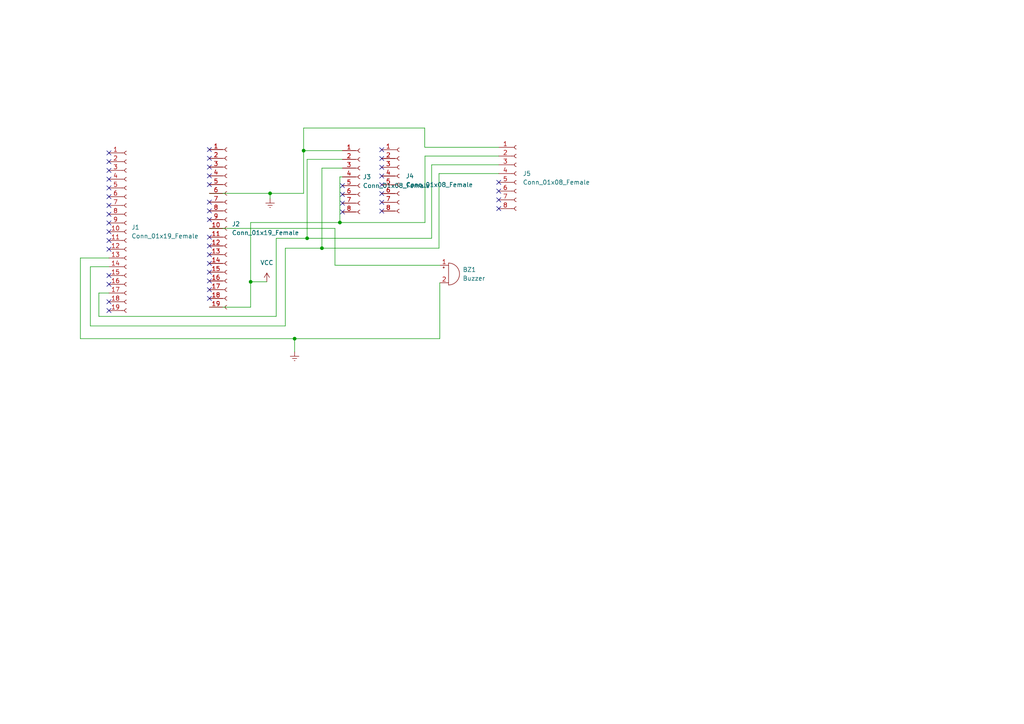
<source format=kicad_sch>
(kicad_sch (version 20211123) (generator eeschema)
  (paper "A4")
  (lib_symbols
    (symbol "Connector:Conn_01x08_Female" (pin_names (offset 1.016) hide)
      (property "Reference" "J" (at 0 10.16 0))
      (property "Value" "Conn_01x08_Female" (at 0 -12.7 0))
      (symbol "Conn_01x08_Female_1_1"
        (arc (start 0 -9.652) (mid -0.508 -10.16) (end 0 -10.668) (stroke (width 0.1524)))
        (arc (start 0 -7.112) (mid -0.508 -7.62) (end 0 -8.128) (stroke (width 0.1524)))
        (arc (start 0 -4.572) (mid -0.508 -5.08) (end 0 -5.588) (stroke (width 0.1524)))
        (arc (start 0 -2.032) (mid -0.508 -2.54) (end 0 -3.048) (stroke (width 0.1524)))
        (polyline (pts (xy -1.27 -10.16) (xy -0.508 -10.16)) (stroke (width 0.1524)))
        (polyline (pts (xy -1.27 -7.62) (xy -0.508 -7.62)) (stroke (width 0.1524)))
        (polyline (pts (xy -1.27 -5.08) (xy -0.508 -5.08)) (stroke (width 0.1524)))
        (polyline (pts (xy -1.27 -2.54) (xy -0.508 -2.54)) (stroke (width 0.1524)))
        (polyline (pts (xy -1.27 0) (xy -0.508 0)) (stroke (width 0.1524)))
        (polyline (pts (xy -1.27 2.54) (xy -0.508 2.54)) (stroke (width 0.1524)))
        (polyline (pts (xy -1.27 5.08) (xy -0.508 5.08)) (stroke (width 0.1524)))
        (polyline (pts (xy -1.27 7.62) (xy -0.508 7.62)) (stroke (width 0.1524)))
        (arc (start 0 0.508) (mid -0.508 0) (end 0 -0.508) (stroke (width 0.1524)))
        (arc (start 0 3.048) (mid -0.508 2.54) (end 0 2.032) (stroke (width 0.1524)))
        (arc (start 0 5.588) (mid -0.508 5.08) (end 0 4.572) (stroke (width 0.1524)))
        (arc (start 0 8.128) (mid -0.508 7.62) (end 0 7.112) (stroke (width 0.1524)))
        (pin passive line (at -5.08 7.62 0) (length 3.81) (name "Pin_1") (number "1"))
        (pin passive line (at -5.08 5.08 0) (length 3.81) (name "Pin_2") (number "2"))
        (pin passive line (at -5.08 2.54 0) (length 3.81) (name "Pin_3") (number "3"))
        (pin passive line (at -5.08 0 0) (length 3.81) (name "Pin_4") (number "4"))
        (pin passive line (at -5.08 -2.54 0) (length 3.81) (name "Pin_5") (number "5"))
        (pin passive line (at -5.08 -5.08 0) (length 3.81) (name "Pin_6") (number "6"))
        (pin passive line (at -5.08 -7.62 0) (length 3.81) (name "Pin_7") (number "7"))
        (pin passive line (at -5.08 -10.16 0) (length 3.81) (name "Pin_8") (number "8"))
      )
    )
    (symbol "Connector:Conn_01x19_Female" (pin_names (offset 1.016) hide)
      (property "Reference" "J" (at 0 25.4 0))
      (property "Value" "Conn_01x19_Female" (at 0 -25.4 0))
      (symbol "Conn_01x19_Female_1_1"
        (arc (start 0 -22.352) (mid -0.508 -22.86) (end 0 -23.368) (stroke (width 0.1524)))
        (arc (start 0 -19.812) (mid -0.508 -20.32) (end 0 -20.828) (stroke (width 0.1524)))
        (arc (start 0 -17.272) (mid -0.508 -17.78) (end 0 -18.288) (stroke (width 0.1524)))
        (arc (start 0 -14.732) (mid -0.508 -15.24) (end 0 -15.748) (stroke (width 0.1524)))
        (arc (start 0 -12.192) (mid -0.508 -12.7) (end 0 -13.208) (stroke (width 0.1524)))
        (arc (start 0 -9.652) (mid -0.508 -10.16) (end 0 -10.668) (stroke (width 0.1524)))
        (arc (start 0 -7.112) (mid -0.508 -7.62) (end 0 -8.128) (stroke (width 0.1524)))
        (arc (start 0 -4.572) (mid -0.508 -5.08) (end 0 -5.588) (stroke (width 0.1524)))
        (arc (start 0 -2.032) (mid -0.508 -2.54) (end 0 -3.048) (stroke (width 0.1524)))
        (polyline (pts (xy -1.27 -22.86) (xy -0.508 -22.86)) (stroke (width 0.1524)))
        (polyline (pts (xy -1.27 -20.32) (xy -0.508 -20.32)) (stroke (width 0.1524)))
        (polyline (pts (xy -1.27 -17.78) (xy -0.508 -17.78)) (stroke (width 0.1524)))
        (polyline (pts (xy -1.27 -15.24) (xy -0.508 -15.24)) (stroke (width 0.1524)))
        (polyline (pts (xy -1.27 -12.7) (xy -0.508 -12.7)) (stroke (width 0.1524)))
        (polyline (pts (xy -1.27 -10.16) (xy -0.508 -10.16)) (stroke (width 0.1524)))
        (polyline (pts (xy -1.27 -7.62) (xy -0.508 -7.62)) (stroke (width 0.1524)))
        (polyline (pts (xy -1.27 -5.08) (xy -0.508 -5.08)) (stroke (width 0.1524)))
        (polyline (pts (xy -1.27 -2.54) (xy -0.508 -2.54)) (stroke (width 0.1524)))
        (polyline (pts (xy -1.27 0) (xy -0.508 0)) (stroke (width 0.1524)))
        (polyline (pts (xy -1.27 2.54) (xy -0.508 2.54)) (stroke (width 0.1524)))
        (polyline (pts (xy -1.27 5.08) (xy -0.508 5.08)) (stroke (width 0.1524)))
        (polyline (pts (xy -1.27 7.62) (xy -0.508 7.62)) (stroke (width 0.1524)))
        (polyline (pts (xy -1.27 10.16) (xy -0.508 10.16)) (stroke (width 0.1524)))
        (polyline (pts (xy -1.27 12.7) (xy -0.508 12.7)) (stroke (width 0.1524)))
        (polyline (pts (xy -1.27 15.24) (xy -0.508 15.24)) (stroke (width 0.1524)))
        (polyline (pts (xy -1.27 17.78) (xy -0.508 17.78)) (stroke (width 0.1524)))
        (polyline (pts (xy -1.27 20.32) (xy -0.508 20.32)) (stroke (width 0.1524)))
        (polyline (pts (xy -1.27 22.86) (xy -0.508 22.86)) (stroke (width 0.1524)))
        (arc (start 0 0.508) (mid -0.508 0) (end 0 -0.508) (stroke (width 0.1524)))
        (arc (start 0 3.048) (mid -0.508 2.54) (end 0 2.032) (stroke (width 0.1524)))
        (arc (start 0 5.588) (mid -0.508 5.08) (end 0 4.572) (stroke (width 0.1524)))
        (arc (start 0 8.128) (mid -0.508 7.62) (end 0 7.112) (stroke (width 0.1524)))
        (arc (start 0 10.668) (mid -0.508 10.16) (end 0 9.652) (stroke (width 0.1524)))
        (arc (start 0 13.208) (mid -0.508 12.7) (end 0 12.192) (stroke (width 0.1524)))
        (arc (start 0 15.748) (mid -0.508 15.24) (end 0 14.732) (stroke (width 0.1524)))
        (arc (start 0 18.288) (mid -0.508 17.78) (end 0 17.272) (stroke (width 0.1524)))
        (arc (start 0 20.828) (mid -0.508 20.32) (end 0 19.812) (stroke (width 0.1524)))
        (arc (start 0 23.368) (mid -0.508 22.86) (end 0 22.352) (stroke (width 0.1524)))
        (pin passive line (at -5.08 22.86 0) (length 3.81) (name "Pin_1") (number "1"))
        (pin passive line (at -5.08 0 0) (length 3.81) (name "Pin_10") (number "10"))
        (pin passive line (at -5.08 -2.54 0) (length 3.81) (name "Pin_11") (number "11"))
        (pin passive line (at -5.08 -5.08 0) (length 3.81) (name "Pin_12") (number "12"))
        (pin passive line (at -5.08 -7.62 0) (length 3.81) (name "Pin_13") (number "13"))
        (pin passive line (at -5.08 -10.16 0) (length 3.81) (name "Pin_14") (number "14"))
        (pin passive line (at -5.08 -12.7 0) (length 3.81) (name "Pin_15") (number "15"))
        (pin passive line (at -5.08 -15.24 0) (length 3.81) (name "Pin_16") (number "16"))
        (pin passive line (at -5.08 -17.78 0) (length 3.81) (name "Pin_17") (number "17"))
        (pin passive line (at -5.08 -20.32 0) (length 3.81) (name "Pin_18") (number "18"))
        (pin passive line (at -5.08 -22.86 0) (length 3.81) (name "Pin_19") (number "19"))
        (pin passive line (at -5.08 20.32 0) (length 3.81) (name "Pin_2") (number "2"))
        (pin passive line (at -5.08 17.78 0) (length 3.81) (name "Pin_3") (number "3"))
        (pin passive line (at -5.08 15.24 0) (length 3.81) (name "Pin_4") (number "4"))
        (pin passive line (at -5.08 12.7 0) (length 3.81) (name "Pin_5") (number "5"))
        (pin passive line (at -5.08 10.16 0) (length 3.81) (name "Pin_6") (number "6"))
        (pin passive line (at -5.08 7.62 0) (length 3.81) (name "Pin_7") (number "7"))
        (pin passive line (at -5.08 5.08 0) (length 3.81) (name "Pin_8") (number "8"))
        (pin passive line (at -5.08 2.54 0) (length 3.81) (name "Pin_9") (number "9"))
      )
    )
    (symbol "Device:Buzzer" (pin_names (offset 0.0254) hide)
      (property "Reference" "BZ" (at 3.81 1.27 0))
      (property "Value" "Buzzer" (at 3.81 -1.27 0))
      (symbol "Buzzer_0_1"
        (arc (start 0 -3.175) (mid 3.175 0) (end 0 3.175))
        (polyline (pts (xy -1.651 1.905) (xy -1.143 1.905)))
        (polyline (pts (xy -1.397 2.159) (xy -1.397 1.651)))
        (polyline (pts (xy 0 3.175) (xy 0 -3.175)))
      )
      (symbol "Buzzer_1_1"
        (pin passive line (at -2.54 2.54 0) (length 2.54) (name "-") (number "1"))
        (pin passive line (at -2.54 -2.54 0) (length 2.54) (name "+") (number "2"))
      )
    )
    (symbol "power:Earth" (power) (pin_names (offset 0))
      (symbol "Earth_0_1"
        (polyline (pts (xy -0.635 -1.905) (xy 0.635 -1.905)))
        (polyline (pts (xy -0.127 -2.54) (xy 0.127 -2.54)))
        (polyline (pts (xy 0 -1.27) (xy 0 0)))
        (polyline (pts (xy 1.27 -1.27) (xy -1.27 -1.27)))
      )
      (symbol "Earth_1_1"
        (pin power_in line (at 0 0 270) (length 0) hide (name "Earth") (number "1"))
      )
    )
    (symbol "power:VCC" (power) (pin_names (offset 0))
      (property "Value" "VCC" (at 0 3.81 0))
      (symbol "VCC_0_1"
        (polyline (pts (xy -0.762 1.27) (xy 0 2.54)))
        (polyline (pts (xy 0 0) (xy 0 2.54)))
        (polyline (pts (xy 0 2.54) (xy 0.762 1.27)))
      )
      (symbol "VCC_1_1"
        (pin power_in line (at 0 0 90) (length 0) hide (name "VCC") (number "1"))
      )
    )
  )
  (junction (at 88.0618 43.688))
  (junction (at 85.4456 98.2218))
  (junction (at 78.3336 56.0832))
  (junction (at 98.5774 64.5414))
  (junction (at 72.6948 81.7372))
  (junction (at 89.0778 69.1134))
  (junction (at 93.3704 71.9836))
  (no_connect (at 31.5976 82.4484))
  (no_connect (at 31.5976 87.5284))
  (no_connect (at 31.5976 51.9684))
  (no_connect (at 31.5976 62.1284))
  (no_connect (at 110.7186 45.974))
  (no_connect (at 31.5976 57.0484))
  (no_connect (at 31.5976 64.6684))
  (no_connect (at 99.314 58.928))
  (no_connect (at 99.314 61.468))
  (no_connect (at 144.653 55.4228))
  (no_connect (at 60.7314 76.4032))
  (no_connect (at 60.7314 78.9432))
  (no_connect (at 60.7314 81.4832))
  (no_connect (at 31.5976 46.8884))
  (no_connect (at 31.5976 44.3484))
  (no_connect (at 60.7314 45.9232))
  (no_connect (at 60.7314 43.3832))
  (no_connect (at 110.7186 61.214))
  (no_connect (at 110.7186 58.674))
  (no_connect (at 60.7314 84.0232))
  (no_connect (at 110.7186 43.434))
  (no_connect (at 110.7186 48.514))
  (no_connect (at 110.7186 51.054))
  (no_connect (at 110.7186 53.594))
  (no_connect (at 60.7314 86.5632))
  (no_connect (at 31.5976 72.2884))
  (no_connect (at 144.653 60.5028))
  (no_connect (at 31.5976 67.2084))
  (no_connect (at 60.7314 71.3232))
  (no_connect (at 31.5976 69.7484))
  (no_connect (at 31.5976 59.5884))
  (no_connect (at 31.5976 90.0684))
  (no_connect (at 60.7314 61.1632))
  (no_connect (at 60.7314 63.7032))
  (no_connect (at 60.7314 68.7832))
  (no_connect (at 99.314 56.388))
  (no_connect (at 31.5976 54.5084))
  (no_connect (at 99.314 53.848))
  (no_connect (at 60.7314 73.8632))
  (no_connect (at 110.7186 56.134))
  (no_connect (at 144.653 57.9628))
  (no_connect (at 144.653 52.8828))
  (no_connect (at 60.7314 48.4632))
  (no_connect (at 60.7314 51.0032))
  (no_connect (at 60.7314 53.5432))
  (no_connect (at 60.7314 58.6232))
  (no_connect (at 31.5976 79.9084))
  (no_connect (at 31.5976 49.4284))
  (wire (pts (xy 97.155 76.9366) (xy 127.5588 76.9366)))
  (wire (pts (xy 127.3302 50.3428) (xy 127.3302 71.9836)))
  (wire (pts (xy 28.6766 91.7702) (xy 28.6766 84.9884)))
  (wire (pts (xy 85.4456 98.2218) (xy 85.4456 102.0572)))
  (wire (pts (xy 26.2128 94.5388) (xy 26.2128 77.3684)))
  (wire (pts (xy 123.2662 45.2628) (xy 123.2662 64.5414)))
  (wire (pts (xy 98.5774 51.308) (xy 98.5774 64.5414)))
  (wire (pts (xy 127.3302 71.9836) (xy 93.3704 71.9836)))
  (wire (pts (xy 88.0618 43.688) (xy 88.0618 56.0832)))
  (wire (pts (xy 60.7314 56.0832) (xy 78.3336 56.0832)))
  (wire (pts (xy 72.6948 81.7372) (xy 72.6948 89.1032)))
  (wire (pts (xy 144.653 47.8028) (xy 125.1966 47.8028)))
  (wire (pts (xy 82.7532 94.5388) (xy 26.2128 94.5388)))
  (wire (pts (xy 98.5774 64.5414) (xy 72.6948 64.5414)))
  (wire (pts (xy 72.6948 81.7372) (xy 77.3938 81.7372)))
  (wire (pts (xy 78.3336 56.0832) (xy 78.3336 57.6326)))
  (wire (pts (xy 26.2128 77.3684) (xy 31.5976 77.3684)))
  (wire (pts (xy 80.1116 91.7702) (xy 28.6766 91.7702)))
  (wire (pts (xy 78.3336 56.0832) (xy 88.0618 56.0832)))
  (wire (pts (xy 89.0778 46.228) (xy 89.0778 69.1134)))
  (wire (pts (xy 23.3172 98.2218) (xy 85.4456 98.2218)))
  (wire (pts (xy 125.1966 69.1134) (xy 89.0778 69.1134)))
  (wire (pts (xy 88.0618 37.1348) (xy 88.0618 43.688)))
  (wire (pts (xy 72.6948 64.5414) (xy 72.6948 81.7372)))
  (wire (pts (xy 123.19 37.1348) (xy 88.0618 37.1348)))
  (wire (pts (xy 89.0778 69.1134) (xy 80.1116 69.1134)))
  (wire (pts (xy 123.2662 64.5414) (xy 98.5774 64.5414)))
  (wire (pts (xy 72.6948 89.1032) (xy 60.7314 89.1032)))
  (wire (pts (xy 31.5976 74.8284) (xy 23.3172 74.8284)))
  (wire (pts (xy 99.314 43.688) (xy 88.0618 43.688)))
  (wire (pts (xy 28.6766 84.9884) (xy 31.5976 84.9884)))
  (wire (pts (xy 99.314 46.228) (xy 89.0778 46.228)))
  (wire (pts (xy 144.653 45.2628) (xy 123.2662 45.2628)))
  (wire (pts (xy 125.1966 47.8028) (xy 125.1966 69.1134)))
  (wire (pts (xy 82.7532 71.9836) (xy 82.7532 94.5388)))
  (wire (pts (xy 127.5588 98.2218) (xy 127.5588 82.0166)))
  (wire (pts (xy 80.1116 69.1134) (xy 80.1116 91.7702)))
  (wire (pts (xy 144.653 50.3428) (xy 127.3302 50.3428)))
  (wire (pts (xy 123.19 42.7228) (xy 123.19 37.1348)))
  (wire (pts (xy 97.155 66.2432) (xy 97.155 76.9366)))
  (wire (pts (xy 93.3704 71.9836) (xy 82.7532 71.9836)))
  (wire (pts (xy 93.3704 48.768) (xy 93.3704 71.9836)))
  (wire (pts (xy 144.653 42.7228) (xy 123.19 42.7228)))
  (wire (pts (xy 23.3172 74.8284) (xy 23.3172 98.2218)))
  (wire (pts (xy 60.7314 66.2432) (xy 97.155 66.2432)))
  (wire (pts (xy 85.4456 98.2218) (xy 127.5588 98.2218)))
  (wire (pts (xy 99.314 51.308) (xy 98.5774 51.308)))
  (wire (pts (xy 99.314 48.768) (xy 93.3704 48.768)))
  (symbol (lib_id "power:VCC") (at 77.3938 81.7372 0) (unit 1)
    (property "Reference" "#PWR01" (effects hide))
    (property "Value" "VCC" (at 77.3938 76.2 0))
  )
  (symbol (lib_id "Connector:Conn_01x19_Female") (at 36.6776 67.2084 0) (unit 1)
    (property "Reference" "J1" (at 38.1 65.9383 0) (effects (justify left)))
    (property "Value" "Conn_01x19_Female" (at 38.1 68.4783 0) (effects (justify left)))
    (property "Footprint" "Connector_PinHeader_2.54mm:PinHeader_1x19_P2.54mm_Vertical" (effects hide))
  )
  (symbol (lib_id "Connector:Conn_01x08_Female") (at 149.733 50.3428 0) (unit 1)
    (property "Reference" "J5" (at 151.6126 50.3427 0) (effects (justify left)))
    (property "Value" "Conn_01x08_Female" (at 151.6126 52.8827 0) (effects (justify left)))
    (property "Footprint" "Connector_PinHeader_2.54mm:PinHeader_1x08_P2.54mm_Vertical" (effects hide))
  )
  (symbol (lib_id "Connector:Conn_01x19_Female") (at 65.8114 66.2432 0) (unit 1)
    (property "Reference" "J2" (at 67.2338 64.9731 0) (effects (justify left)))
    (property "Value" "Conn_01x19_Female" (at 67.2338 67.5131 0) (effects (justify left)))
    (property "Footprint" "Connector_PinHeader_2.54mm:PinHeader_1x19_P2.54mm_Vertical" (effects hide))
  )
  (symbol (lib_id "Device:Buzzer") (at 130.0988 79.4766 0) (unit 1)
    (property "Reference" "BZ1" (at 134.1882 78.2065 0) (effects (justify left)))
    (property "Value" "Buzzer" (at 134.1882 80.7465 0) (effects (justify left)))
    (property "Footprint" "Buzzer_Beeper:Buzzer_12x9.5RM7.6" (effects hide))
  )
  (symbol (lib_id "Connector:Conn_01x08_Female") (at 104.394 51.308 0) (unit 1)
    (property "Reference" "J3" (at 105.2322 51.3079 0) (effects (justify left)))
    (property "Value" "Conn_01x08_Female" (at 105.2322 53.8479 0) (effects (justify left)))
    (property "Footprint" "Connector_PinHeader_2.54mm:PinHeader_1x08_P2.54mm_Vertical" (effects hide))
  )
  (symbol (lib_id "power:Earth") (at 78.3336 57.6326 0) (unit 1)
    (property "Reference" "#PWR02" (effects hide))
    (property "Value" "Earth" (effects hide))
  )
  (symbol (lib_id "Connector:Conn_01x08_Female") (at 115.7986 51.054 0) (unit 1)
    (property "Reference" "J4" (at 117.6782 51.0539 0) (effects (justify left)))
    (property "Value" "Conn_01x08_Female" (at 117.6782 53.5939 0) (effects (justify left)))
    (property "Footprint" "Connector_PinHeader_2.54mm:PinHeader_1x08_P2.54mm_Vertical" (effects hide))
  )
  (symbol (lib_id "power:Earth") (at 85.4456 102.0572 0) (unit 1)
    (property "Reference" "#PWR03" (effects hide))
    (property "Value" "Earth" (effects hide))
  )
)
</source>
